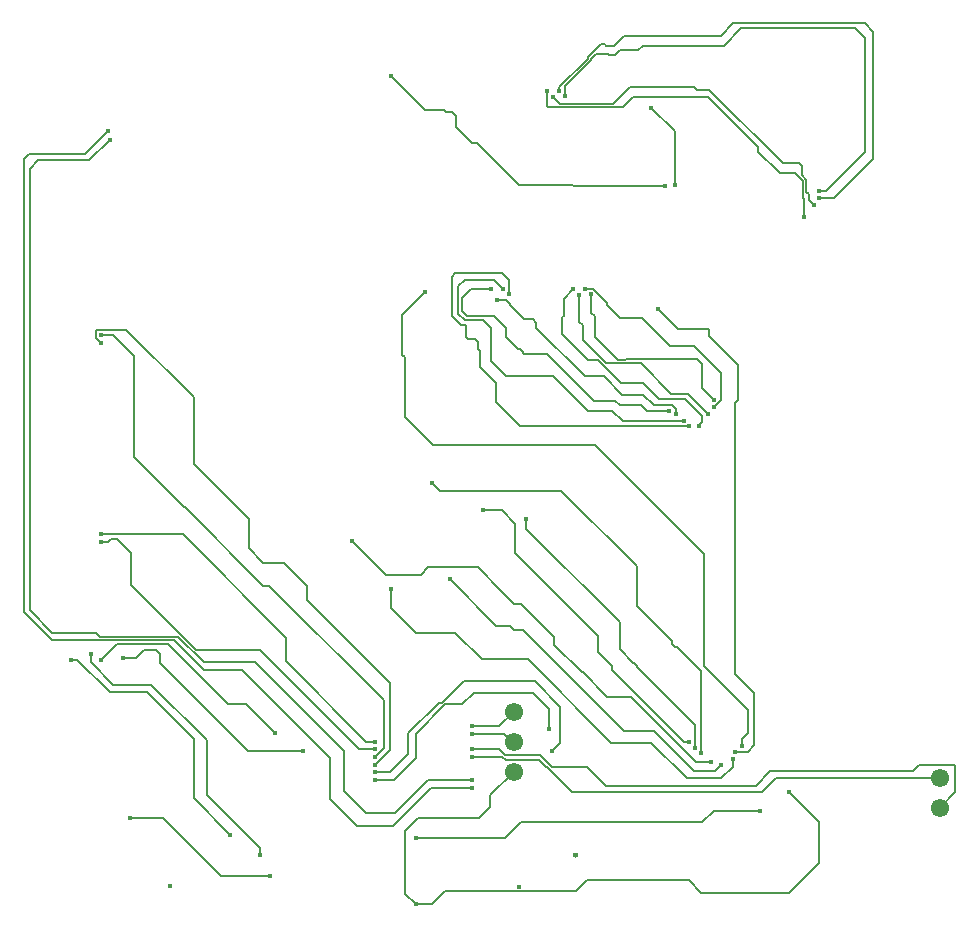
<source format=gbr>
G04*
G04 #@! TF.GenerationSoftware,Altium Limited,Altium Designer,24.9.1 (31)*
G04*
G04 Layer_Physical_Order=3*
G04 Layer_Color=16440176*
%FSLAX25Y25*%
%MOIN*%
G70*
G04*
G04 #@! TF.SameCoordinates,8C3FED30-37FA-4A54-8C90-A1F039295453*
G04*
G04*
G04 #@! TF.FilePolarity,Positive*
G04*
G01*
G75*
%ADD10C,0.00600*%
%ADD144C,0.00500*%
%ADD148C,0.01500*%
%ADD151C,0.00550*%
%ADD157C,0.06102*%
%ADD165C,0.01600*%
D10*
X209916Y-201125D02*
Y-181396D01*
X209160Y-167264D02*
X216687Y-159737D01*
X209160Y-180640D02*
X209916Y-181396D01*
X209160Y-180640D02*
Y-167264D01*
X311398Y-174323D02*
Y-171783D01*
X294496Y-165174D02*
X301105Y-171783D01*
X311398D01*
X262408Y-173673D02*
X270953Y-182218D01*
X262408Y-173673D02*
Y-167962D01*
X262916Y-167454D01*
Y-161873D01*
X266133Y-158657D01*
X269264Y-175659D02*
Y-170729D01*
X268159Y-169624D02*
X269264Y-170729D01*
Y-175659D02*
X276923Y-183318D01*
X268159Y-169624D02*
Y-160579D01*
X273398Y-174555D02*
X281061Y-182218D01*
X273398Y-174555D02*
Y-167716D01*
X272143Y-166461D02*
X273398Y-167716D01*
X272143Y-166461D02*
Y-160439D01*
X272045Y-160342D02*
X272143Y-160439D01*
X281754Y-168353D02*
X288938D01*
X270127Y-158657D02*
X272623D01*
X277231Y-163830D02*
X281754Y-168353D01*
X277231Y-163830D02*
Y-163264D01*
X272623Y-158657D02*
X277231Y-163264D01*
X243570Y-174433D02*
Y-171553D01*
X231986Y-158580D02*
X238701D01*
X229008Y-161558D02*
X231986Y-158580D01*
X229008Y-165927D02*
Y-161558D01*
Y-165927D02*
X230565Y-167484D01*
X239501D01*
X243570Y-171553D01*
X229857Y-155640D02*
X239755D01*
X235994Y-169041D02*
X238514Y-171560D01*
X227751Y-157747D02*
X229857Y-155640D01*
X227751Y-166812D02*
Y-157747D01*
Y-166812D02*
X229979Y-169041D01*
X235994D01*
X226764Y-153299D02*
X242424D01*
X230273Y-174520D02*
Y-170587D01*
X225513Y-154551D02*
X226764Y-153299D01*
X225513Y-167600D02*
Y-154551D01*
X228500Y-170587D02*
X230273D01*
X225513Y-167600D02*
X228500Y-170587D01*
X244614Y-160265D02*
Y-155488D01*
X242424Y-153299D02*
X244614Y-155488D01*
X238514Y-182502D02*
Y-171560D01*
X239755Y-155640D02*
X242695Y-158580D01*
X240727Y-162157D02*
X243595D01*
X249726Y-168626D02*
X252639D01*
X245048Y-163948D02*
X249726Y-168626D01*
X245048Y-163948D02*
Y-163609D01*
X243595Y-162157D02*
X245048Y-163609D01*
X274267Y-279450D02*
X278964Y-284147D01*
X247866Y-247865D02*
X274267Y-274267D01*
Y-279450D02*
Y-274267D01*
X246915Y-246928D02*
Y-246915D01*
X246717Y-246716D02*
X246915Y-246915D01*
X246717Y-246716D02*
Y-236784D01*
X246915Y-246928D02*
X247853Y-247865D01*
X247866D01*
X162693Y-257440D02*
X164762D01*
X202946Y-311618D02*
Y-295625D01*
X164762Y-257440D02*
X202946Y-295625D01*
X246324Y-272263D02*
X249314D01*
X240454Y-270866D02*
X245036D01*
X253192Y-276142D02*
X253387D01*
X283146Y-305901D01*
X245387Y-271326D02*
X246324Y-272263D01*
X245036Y-270866D02*
X245387Y-271218D01*
X249314Y-272263D02*
X253192Y-276142D01*
X283146Y-305901D02*
X292948D01*
X245387Y-271326D02*
Y-271218D01*
X246377Y-263669D02*
X248667D01*
X268939Y-286410D02*
X269313D01*
X277392Y-294488D01*
X259671Y-277142D02*
X268939Y-286410D01*
X259671Y-277142D02*
Y-274673D01*
X248667Y-263669D02*
X259671Y-274673D01*
X234321Y-251418D02*
X242458Y-259555D01*
Y-259750D02*
Y-259555D01*
Y-259750D02*
X246377Y-263669D01*
X277392Y-294488D02*
X285205D01*
X217601Y-251418D02*
X234321D01*
X287393Y-284592D02*
X306619Y-303819D01*
X286455Y-283210D02*
X287393Y-284147D01*
X286010Y-283210D02*
X286455D01*
X306619Y-311649D02*
Y-303819D01*
X287393Y-284592D02*
Y-284147D01*
X281543Y-278743D02*
X286010Y-283210D01*
X281543Y-278743D02*
Y-269692D01*
X236009Y-232320D02*
X242253D01*
X246717Y-236784D01*
X278964Y-285630D02*
X303040Y-309707D01*
X278964Y-285630D02*
Y-284147D01*
X303040Y-309707D02*
X304749D01*
X299845Y-277785D02*
X300651D01*
X298907Y-276848D02*
X299845Y-277785D01*
X300651D02*
X308704Y-285838D01*
X287205Y-264339D02*
Y-253999D01*
X287184Y-252652D02*
X287205Y-252631D01*
Y-264339D02*
X298907Y-276042D01*
Y-276848D02*
Y-276042D01*
X308704Y-313179D02*
Y-285838D01*
X287205Y-252631D02*
Y-251021D01*
X287184Y-253978D02*
X287205Y-253999D01*
X287184Y-253978D02*
Y-252652D01*
X273317Y-210630D02*
X309712Y-247024D01*
Y-284363D02*
X324317Y-298969D01*
X309712Y-284363D02*
Y-247024D01*
X320008Y-286823D02*
Y-196532D01*
X320866Y-195675D01*
X320008Y-286823D02*
X326378Y-293192D01*
X320866Y-195675D02*
Y-183791D01*
X311398Y-174323D02*
X320866Y-183791D01*
X281061Y-182218D02*
X283269D01*
X276923Y-183318D02*
X288537D01*
X249302Y-179853D02*
X249654Y-180205D01*
X257288D01*
X243570Y-174433D02*
X247742Y-178605D01*
X248365D02*
X249302Y-179542D01*
X247742Y-178605D02*
X248365D01*
X249302Y-179853D02*
Y-179542D01*
X230273Y-174520D02*
X231118Y-175365D01*
X233242D01*
X234179Y-178565D02*
Y-176302D01*
Y-178565D02*
X234937Y-179323D01*
X233242Y-175365D02*
X234179Y-176302D01*
X234937Y-184649D02*
Y-179323D01*
X271970Y-82053D02*
X273826Y-80197D01*
X271970Y-82280D02*
Y-82053D01*
X263290Y-90960D02*
X271970Y-82280D01*
X273826Y-80197D02*
X277573D01*
X263290Y-94367D02*
Y-90960D01*
X226908Y-104594D02*
Y-100908D01*
X225581Y-99581D02*
X226908Y-100908D01*
X223111Y-99014D02*
X223678Y-99581D01*
X233991Y-109894D02*
X247872Y-123775D01*
X232208Y-109894D02*
X233991D01*
X226908Y-104594D02*
X232208Y-109894D01*
X247872Y-123775D02*
X265615D01*
X216512Y-99014D02*
X223111D01*
X223678Y-99581D02*
X225581D01*
X232485Y-306914D02*
X242895D01*
X245568Y-309586D02*
X246193D01*
X242895Y-306914D02*
X245568Y-309586D01*
X232496Y-304344D02*
X241436D01*
X246193Y-299586D01*
X309063Y-336408D02*
X313016Y-332455D01*
X328230D01*
X248515Y-336408D02*
X309063D01*
X243436Y-341488D02*
X248515Y-336408D01*
X213563Y-341488D02*
X243436D01*
X193903Y-337591D02*
X206015D01*
X185001Y-328690D02*
X193903Y-337591D01*
X206015D02*
X218791Y-324816D01*
X84646Y-113566D02*
X103413D01*
X111106Y-105873D01*
X83071Y-115141D02*
X84646Y-113566D01*
X83071Y-266142D02*
Y-115141D01*
Y-266142D02*
X92493Y-275563D01*
X133157D01*
X143026Y-285433D01*
X155670D01*
X185001Y-314764D01*
Y-328690D02*
Y-314764D01*
X218791Y-324816D02*
X232496D01*
X111103Y-243017D02*
X112059Y-242060D01*
X108785Y-243017D02*
X111103D01*
X112059Y-242060D02*
X114106D01*
X118783Y-246737D01*
Y-257321D02*
Y-246737D01*
Y-257321D02*
X140308Y-278847D01*
X161602D01*
X194798Y-312043D01*
X199962D01*
X108627Y-240311D02*
X135899D01*
X170385Y-274798D01*
Y-282760D02*
Y-274798D01*
Y-282760D02*
X197109Y-309484D01*
X199962D01*
X107027Y-174903D02*
Y-172248D01*
Y-174903D02*
X108785Y-176661D01*
X107027Y-172248D02*
X107076Y-172199D01*
X117133D01*
X139645Y-194711D01*
Y-216869D02*
Y-194711D01*
Y-216869D02*
X157914Y-235137D01*
Y-245046D02*
Y-235137D01*
Y-245046D02*
X162779Y-249911D01*
X169625D01*
X177284Y-257570D01*
Y-262132D02*
Y-257570D01*
X204967Y-312156D02*
Y-289814D01*
X177284Y-262132D02*
X204967Y-289814D01*
X199962Y-317161D02*
X204967Y-312156D01*
X108627Y-173905D02*
X112646D01*
X119658Y-180918D01*
Y-214538D02*
Y-180918D01*
X136440Y-231320D02*
X136574D01*
X162693Y-257440D01*
X119658Y-214538D02*
X136440Y-231320D01*
X199962Y-314602D02*
X202946Y-311618D01*
X266225Y-124385D02*
X296750D01*
X265615Y-123775D02*
X266225Y-124385D01*
X270087Y-187698D02*
X276360D01*
X253818Y-171430D02*
X270087Y-187698D01*
X253818Y-171430D02*
Y-169805D01*
X252639Y-168626D02*
X253818Y-169805D01*
X280156Y-195972D02*
X281543Y-197360D01*
X273056Y-195972D02*
X280156D01*
X257288Y-180205D02*
X273056Y-195972D01*
X290521Y-199231D02*
X297910D01*
X288649Y-197360D02*
X290521Y-199231D01*
X281543Y-197360D02*
X288649D01*
X292885D02*
X299077D01*
X289294Y-193768D02*
X292885Y-197360D01*
X282429Y-193768D02*
X289294D01*
X276360Y-187698D02*
X282429Y-193768D01*
X289308Y-189894D02*
X294669Y-195256D01*
X274267Y-182218D02*
X281944Y-189894D01*
X270953Y-182218D02*
X274267D01*
X281944Y-189894D02*
X289308D01*
X298655Y-193436D02*
X304317D01*
X288537Y-183318D02*
X298655Y-193436D01*
X282594Y-202737D02*
X303013D01*
X270864Y-199231D02*
X279088D01*
X282594Y-202737D01*
X259191Y-187559D02*
X270864Y-199231D01*
X243570Y-187559D02*
X259191D01*
X238514Y-182502D02*
X243570Y-187559D01*
X248395Y-204337D02*
X304710D01*
X240379Y-196321D02*
X248395Y-204337D01*
X240379Y-196321D02*
Y-190091D01*
X234937Y-184649D02*
X240379Y-190091D01*
X219421Y-210630D02*
X273317D01*
X209916Y-201125D02*
X219421Y-210630D01*
X283269Y-182218D02*
X283598Y-181890D01*
X307480D01*
X298307Y-177722D02*
X306462D01*
X288938Y-168353D02*
X298307Y-177722D01*
X306462D02*
X315354Y-186614D01*
X289184Y-77479D02*
X316326D01*
X348141Y-125862D02*
X350353D01*
X363264Y-112950D02*
Y-74803D01*
X350353Y-125862D02*
X363264Y-112950D01*
X360115Y-71653D02*
X363264Y-74803D01*
X322152Y-71653D02*
X360115D01*
X316326Y-77479D02*
X322152Y-71653D01*
X283029Y-74098D02*
X315199D01*
X348128Y-128335D02*
X353102D01*
X366142Y-115296D01*
Y-72835D01*
X363264Y-69957D02*
X366142Y-72835D01*
X319339Y-69957D02*
X363264D01*
X315199Y-74098D02*
X319339Y-69957D01*
X311377Y-92131D02*
X335868Y-116622D01*
X279422Y-96836D02*
X285132Y-91126D01*
X335868Y-116622D02*
X341318D01*
X307480Y-92131D02*
X311377D01*
X306476Y-91126D02*
X307480Y-92131D01*
X285132Y-91126D02*
X306476D01*
X342255Y-120685D02*
X343704Y-122134D01*
X342255Y-120685D02*
Y-117559D01*
X343704Y-126158D02*
Y-122134D01*
Y-126158D02*
X344581Y-127035D01*
Y-129009D02*
Y-127035D01*
X341318Y-116622D02*
X342255Y-117559D01*
X310975Y-94649D02*
X327634Y-111308D01*
Y-112811D02*
Y-111308D01*
X285895Y-94649D02*
X310975D01*
X327634Y-112811D02*
X334521Y-119699D01*
X334945D01*
X335073Y-119827D01*
X339842D01*
X342604Y-128335D02*
Y-122590D01*
X339842Y-119827D02*
X342604Y-122590D01*
X282580Y-97964D02*
X285895Y-94649D01*
X257730Y-97964D02*
X282580D01*
X257378Y-97613D02*
Y-92681D01*
Y-97613D02*
X257730Y-97964D01*
X281671Y-79079D02*
X287584D01*
X277573Y-80197D02*
X278055Y-80679D01*
X287584Y-79079D02*
X289184Y-77479D01*
X280071Y-80679D02*
X281671Y-79079D01*
X278055Y-80679D02*
X280071D01*
X276576Y-76997D02*
X277058Y-77479D01*
X261491Y-91203D02*
X270870Y-81824D01*
Y-81378D02*
X275251Y-76997D01*
X270870Y-81824D02*
Y-81378D01*
X275251Y-76997D02*
X276576D01*
X261491Y-92563D02*
Y-91203D01*
X261372Y-92681D02*
X261491Y-92563D01*
X277058Y-77479D02*
X279647D01*
X283029Y-74098D01*
X205174Y-87675D02*
X216512Y-99014D01*
X250375Y-238524D02*
Y-235379D01*
Y-238524D02*
X281543Y-269692D01*
X221693Y-225941D02*
X262125D01*
X219109Y-223357D02*
X221693Y-225941D01*
X262125D02*
X287205Y-251021D01*
X192373Y-242462D02*
X203731Y-253820D01*
X215199D02*
X217601Y-251418D01*
X203731Y-253820D02*
X215199D01*
X285205Y-294488D02*
X307090Y-316373D01*
X312147D01*
X224954Y-255366D02*
X240454Y-270866D01*
X292948Y-305901D02*
X306385Y-319338D01*
X313316D01*
X315493Y-317161D01*
X205407Y-264890D02*
X213718Y-273201D01*
X205407Y-264890D02*
Y-258437D01*
X213718Y-273201D02*
X226679D01*
X235525Y-282047D01*
X250894D01*
X278643Y-309796D01*
X292086D01*
X303993Y-321703D01*
X315493D01*
X319300Y-317896D01*
Y-315280D01*
X324317Y-306683D02*
Y-298969D01*
X322376Y-308624D02*
X324317Y-306683D01*
X322376Y-310958D02*
Y-308624D01*
X326378Y-310740D02*
Y-293192D01*
X324317Y-312801D02*
X326378Y-310740D01*
X320008Y-312801D02*
X324317D01*
X304710Y-204337D02*
X304784Y-204262D01*
X299077Y-197360D02*
X300196Y-198478D01*
Y-200223D02*
Y-198478D01*
X294669Y-195256D02*
X303330D01*
X309055Y-200981D01*
X307934Y-203995D02*
X309055Y-202874D01*
Y-200981D01*
X307934Y-204262D02*
Y-203995D01*
X304317Y-193436D02*
X311104Y-200223D01*
X313065Y-197964D02*
X315354Y-195675D01*
Y-186614D01*
X309055Y-191468D02*
Y-183465D01*
Y-191468D02*
X313078Y-195491D01*
X307480Y-181890D02*
X309055Y-183465D01*
X342997Y-134634D02*
Y-128728D01*
X342604Y-128335D02*
X342997Y-128728D01*
X259404Y-94604D02*
X261636Y-96836D01*
X279422D01*
X344581Y-129009D02*
X346167Y-130594D01*
X292095Y-98146D02*
X299858Y-105909D01*
Y-123808D02*
Y-105909D01*
D144*
X210152Y-360189D02*
X213718Y-363755D01*
X210152Y-360189D02*
Y-339307D01*
X214372Y-335087D01*
X234612D01*
X238428Y-331271D01*
Y-327352D01*
X246193Y-319586D01*
X348033Y-349821D02*
Y-336408D01*
X337936Y-326311D02*
X348033Y-336408D01*
X338071Y-359783D02*
X348033Y-349821D01*
X308611Y-359783D02*
X338071D01*
X270745Y-355763D02*
X304591D01*
X308611Y-359783D01*
X267109Y-359400D02*
X270745Y-355763D01*
X238474Y-359400D02*
X267109D01*
X238428Y-359353D02*
X238474Y-359400D01*
X223335Y-359353D02*
X238428D01*
X213718Y-363755D02*
X218933D01*
X223335Y-359353D01*
X118318Y-334944D02*
X129429D01*
X118267Y-334893D02*
X118318Y-334944D01*
X129429D02*
X148792Y-354306D01*
X164966D01*
D148*
X266752Y-347308D02*
G03*
X266937Y-347232I0J261D01*
G01*
D151*
X131744Y-357720D02*
G03*
X131548Y-357247I-668J0D01*
G01*
X265825Y-326311D02*
X328868D01*
X232496Y-314580D02*
X242406D01*
X256939Y-317896D02*
X257410D01*
X265825Y-326311D01*
X243586Y-315760D02*
X254803D01*
X242406Y-314580D02*
X243586Y-315760D01*
X254803D02*
X256939Y-317896D01*
X276990Y-324200D02*
X326859D01*
X232485Y-312032D02*
X241343D01*
X258895Y-317896D02*
X270686D01*
X276990Y-324200D01*
X254996Y-313997D02*
X258895Y-317896D01*
X243308Y-313997D02*
X254996D01*
X241343Y-312032D02*
X243308Y-313997D01*
X223355Y-297093D02*
X229116D01*
X233017Y-293192D01*
X252766D01*
X258071Y-298497D01*
Y-305282D02*
Y-298497D01*
X261819Y-309953D02*
Y-297842D01*
X222428Y-296535D02*
X229678Y-289286D01*
X211110Y-306758D02*
X221332Y-296535D01*
X253262Y-289286D02*
X261819Y-297842D01*
X229678Y-289286D02*
X253262D01*
X221332Y-296535D02*
X222428D01*
X217743Y-322268D02*
X232485D01*
X206618Y-333394D02*
X217743Y-322268D01*
X197109Y-333394D02*
X206618D01*
X189655Y-325940D02*
X197109Y-333394D01*
X189655Y-325940D02*
Y-312576D01*
X160131Y-283052D02*
X189655Y-312576D01*
X142888Y-283052D02*
X160131D01*
X134324Y-274488D02*
X142888Y-283052D01*
X108204Y-274488D02*
X134324D01*
X106917Y-273201D02*
X108204Y-274488D01*
X92493Y-273201D02*
X106917D01*
X85039Y-265748D02*
X92493Y-273201D01*
X85039Y-265748D02*
Y-118504D01*
X87788Y-115755D01*
X104770D01*
X111761Y-108764D01*
X259119Y-312652D02*
X261819Y-309953D01*
X211110Y-313516D02*
Y-306758D01*
X204906Y-319720D02*
X211110Y-313516D01*
X199962Y-319720D02*
X204906D01*
X206166Y-322279D02*
X213524Y-314921D01*
X199962Y-322279D02*
X206166D01*
X213524Y-314921D02*
Y-306925D01*
X223355Y-297093D01*
X393307Y-326378D02*
Y-317483D01*
X388189Y-331496D02*
X393307Y-326378D01*
X392985Y-317161D02*
X393307Y-317483D01*
X381496Y-317161D02*
X392985D01*
X379318Y-319338D02*
X381496Y-317161D01*
X331721Y-319338D02*
X379318D01*
X326859Y-324200D02*
X331721Y-319338D01*
X328868Y-326311D02*
X333682Y-321496D01*
X388189D01*
X161648Y-347208D02*
Y-345070D01*
X143842Y-327263D02*
X161648Y-345070D01*
X143842Y-327263D02*
Y-308945D01*
X112654Y-290547D02*
X125444D01*
X143842Y-308945D01*
X105166Y-283058D02*
X112654Y-290547D01*
X105166Y-283058D02*
Y-280215D01*
X139514Y-328324D02*
Y-308733D01*
Y-328324D02*
X151714Y-340525D01*
X123851Y-293071D02*
X139514Y-308733D01*
X111608Y-293071D02*
X123851D01*
X100771Y-282235D02*
X111608Y-293071D01*
X98787Y-282235D02*
X100771D01*
X122960Y-278847D02*
X126957D01*
X128331Y-280220D01*
X115944Y-281581D02*
X120225D01*
X122960Y-278847D01*
X128331Y-283255D02*
Y-280220D01*
Y-283255D02*
X157649Y-312574D01*
X176040D01*
X156930Y-297093D02*
X166577Y-306741D01*
X150988Y-297093D02*
X156930D01*
X130942Y-277048D02*
X150988Y-297093D01*
X113861Y-277048D02*
X130942D01*
X108785Y-282123D02*
X113861Y-277048D01*
X247967Y-357808D02*
X248008Y-357850D01*
D157*
X246193Y-319586D02*
D03*
Y-309586D02*
D03*
Y-299586D02*
D03*
X388189Y-321496D02*
D03*
Y-331496D02*
D03*
D165*
X213563Y-341488D02*
D03*
X108785Y-176661D02*
D03*
X108627Y-173905D02*
D03*
X108785Y-243017D02*
D03*
X108627Y-240311D02*
D03*
X111106Y-105873D02*
D03*
X111761Y-108764D02*
D03*
X240727Y-162157D02*
D03*
X192373Y-242462D02*
D03*
X250375Y-235379D02*
D03*
X219109Y-223357D02*
D03*
X292095Y-98146D02*
D03*
X216687Y-159737D02*
D03*
X205174Y-87675D02*
D03*
X294496Y-165174D02*
D03*
X224954Y-255366D02*
D03*
X205407Y-258437D02*
D03*
X236009Y-232320D02*
D03*
X259119Y-312652D02*
D03*
X258071Y-305282D02*
D03*
X232496Y-324816D02*
D03*
X232485Y-322268D02*
D03*
X232496Y-314580D02*
D03*
X232485Y-312032D02*
D03*
Y-306914D02*
D03*
X232496Y-304344D02*
D03*
X199962Y-319720D02*
D03*
Y-322279D02*
D03*
Y-312043D02*
D03*
Y-314602D02*
D03*
Y-317161D02*
D03*
Y-309484D02*
D03*
X304749Y-309707D02*
D03*
X306619Y-311649D02*
D03*
X308704Y-313179D02*
D03*
X315493Y-317161D02*
D03*
X312147Y-316373D02*
D03*
X319300Y-315280D02*
D03*
X322376Y-310958D02*
D03*
X320008Y-312801D02*
D03*
X307934Y-204262D02*
D03*
X304784D02*
D03*
X303013Y-202737D02*
D03*
X311104Y-200223D02*
D03*
X313065Y-197964D02*
D03*
X313078Y-195491D02*
D03*
X300196Y-200223D02*
D03*
X297910Y-199231D02*
D03*
X348141Y-125862D02*
D03*
X348128Y-128335D02*
D03*
X346167Y-130594D02*
D03*
X342997Y-134634D02*
D03*
X299858Y-123808D02*
D03*
X296750Y-124385D02*
D03*
X257378Y-92681D02*
D03*
X259404Y-94604D02*
D03*
X261372Y-92681D02*
D03*
X263290Y-94367D02*
D03*
X266133Y-158657D02*
D03*
X268159Y-160579D02*
D03*
X270127Y-158657D02*
D03*
X272045Y-160342D02*
D03*
X244614Y-160265D02*
D03*
X242695Y-158580D02*
D03*
X238701D02*
D03*
X161648Y-347208D02*
D03*
X131744Y-357720D02*
D03*
X98787Y-282235D02*
D03*
X151714Y-340525D02*
D03*
X176040Y-312574D02*
D03*
X166577Y-306741D02*
D03*
X118267Y-334893D02*
D03*
X108785Y-282123D02*
D03*
X115944Y-281581D02*
D03*
X105166Y-280215D02*
D03*
X337936Y-326311D02*
D03*
X248008Y-357850D02*
D03*
X328230Y-332455D02*
D03*
X266752Y-347308D02*
D03*
X213718Y-363755D02*
D03*
X164966Y-354306D02*
D03*
M02*

</source>
